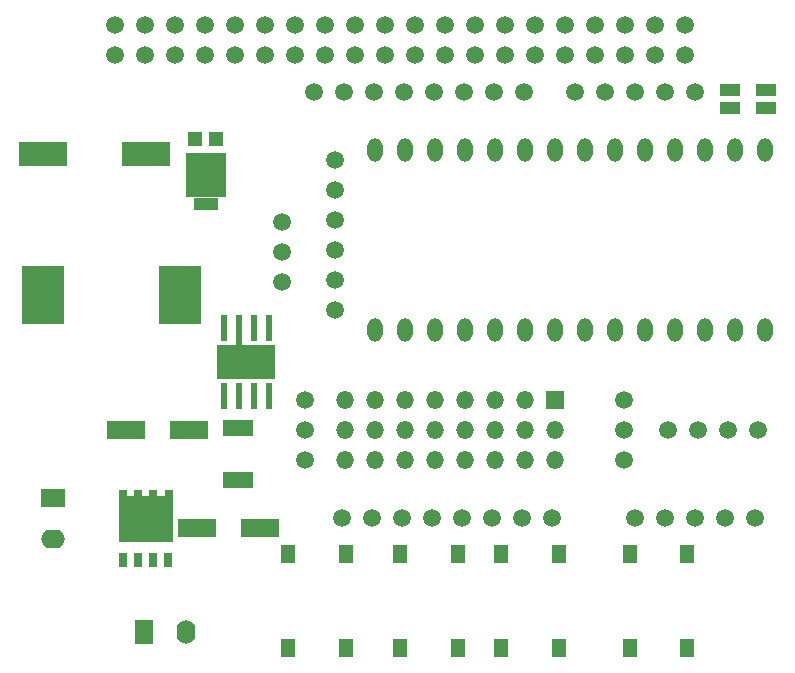
<source format=gts>
G04 #@! TF.FileFunction,Soldermask,Top*
%FSLAX46Y46*%
G04 Gerber Fmt 4.6, Leading zero omitted, Abs format (unit mm)*
G04 Created by KiCad (PCBNEW 4.0.2+dfsg1-stable) date Sat 19 Aug 2017 09:03:07 PM PDT*
%MOMM*%
G01*
G04 APERTURE LIST*
%ADD10C,0.100000*%
%ADD11C,1.506220*%
%ADD12O,1.300000X2.000000*%
%ADD13R,3.197860X1.597660*%
%ADD14R,4.099560X1.998980*%
%ADD15R,1.701800X1.102360*%
%ADD16R,2.000000X1.000000*%
%ADD17R,1.200000X1.200000*%
%ADD18R,3.400000X3.800000*%
%ADD19R,2.500000X1.400000*%
%ADD20R,3.600000X5.000000*%
%ADD21R,0.700000X0.550000*%
%ADD22R,0.635000X1.250000*%
%ADD23R,0.650000X1.250000*%
%ADD24R,4.600000X3.900000*%
%ADD25R,1.297940X1.549400*%
%ADD26C,1.500000*%
%ADD27R,2.000000X1.600000*%
%ADD28O,2.000000X1.600000*%
%ADD29R,1.600000X2.000000*%
%ADD30O,1.600000X2.000000*%
%ADD31R,0.500000X2.200000*%
%ADD32R,0.500000X2.550000*%
%ADD33R,4.900000X2.900000*%
%ADD34C,1.200000*%
%ADD35R,1.500000X1.500000*%
%ADD36O,1.500000X1.500000*%
G04 APERTURE END LIST*
D10*
D11*
X102000000Y-86350000D03*
X102000000Y-83810000D03*
X102000000Y-81270000D03*
X102000000Y-78730000D03*
X102000000Y-76190000D03*
X102000000Y-73650000D03*
X102610000Y-104000000D03*
X105150000Y-104000000D03*
X107690000Y-104000000D03*
X110230000Y-104000000D03*
X112770000Y-104000000D03*
X115310000Y-104000000D03*
X117850000Y-104000000D03*
X120390000Y-104000000D03*
D12*
X138430000Y-88068000D03*
X138430000Y-72828000D03*
X135890000Y-88068000D03*
X135890000Y-72828000D03*
X133350000Y-88068000D03*
X133350000Y-72828000D03*
X130810000Y-88068000D03*
X130810000Y-72828000D03*
X128270000Y-88068000D03*
X128270000Y-72828000D03*
X125730000Y-88068000D03*
X125730000Y-72828000D03*
X123190000Y-88068000D03*
X123190000Y-72828000D03*
X120650000Y-88068000D03*
X120650000Y-72828000D03*
X118110000Y-88068000D03*
X118110000Y-72828000D03*
X115570000Y-88068000D03*
X115570000Y-72828000D03*
X113030000Y-88068000D03*
X113030000Y-72828000D03*
X110490000Y-88068000D03*
X110490000Y-72828000D03*
X107950000Y-88068000D03*
X107950000Y-72828000D03*
X105410000Y-88068000D03*
X105410000Y-72828000D03*
D13*
X90317320Y-104800400D03*
X95712280Y-104800400D03*
X89697480Y-96500000D03*
X84302520Y-96500000D03*
D14*
X77312520Y-73152000D03*
X86009480Y-73152000D03*
D15*
X135450600Y-67750700D03*
X135450600Y-69249300D03*
X138549400Y-69249300D03*
X138549400Y-67750700D03*
D16*
X91059000Y-77379000D03*
D17*
X90139000Y-71879000D03*
X91979000Y-71879000D03*
D18*
X91059000Y-74979000D03*
D19*
X93800000Y-100800000D03*
X93800000Y-96400000D03*
D11*
X97500000Y-78960000D03*
X97500000Y-81500000D03*
X97500000Y-84040000D03*
X130190000Y-96500000D03*
X132730000Y-96500000D03*
X135270000Y-96500000D03*
X137810000Y-96500000D03*
X99500000Y-93960000D03*
X99500000Y-96500000D03*
X99500000Y-99040000D03*
X126500000Y-93960000D03*
X126500000Y-96500000D03*
X126500000Y-99040000D03*
X100203000Y-67945000D03*
X102743000Y-67945000D03*
X105283000Y-67945000D03*
X107823000Y-67945000D03*
X110363000Y-67945000D03*
X112903000Y-67945000D03*
X115443000Y-67945000D03*
X117983000Y-67945000D03*
X122301000Y-67945000D03*
X124841000Y-67945000D03*
X127381000Y-67945000D03*
X129921000Y-67945000D03*
X132461000Y-67945000D03*
X127420000Y-104000000D03*
X129960000Y-104000000D03*
X132500000Y-104000000D03*
X135040000Y-104000000D03*
X137580000Y-104000000D03*
D20*
X88858000Y-85090000D03*
X77258000Y-85090000D03*
D21*
X86625000Y-101825000D03*
X85375000Y-101825000D03*
X84050000Y-101825000D03*
D22*
X87905000Y-107525000D03*
D23*
X86635000Y-107525000D03*
D22*
X85365000Y-107525000D03*
X84095000Y-107525000D03*
D24*
X86000000Y-104050000D03*
D21*
X87950000Y-101825000D03*
D25*
X126964440Y-114970560D03*
X126964440Y-107025440D03*
X131861560Y-114970560D03*
X131861560Y-107025440D03*
X116051440Y-114972560D03*
X116051440Y-107027440D03*
X120948560Y-114972560D03*
X120948560Y-107027440D03*
X107551440Y-114972560D03*
X107551440Y-107027440D03*
X112448560Y-114972560D03*
X112448560Y-107027440D03*
X98051440Y-114972560D03*
X98051440Y-107027440D03*
X102948560Y-114972560D03*
X102948560Y-107027440D03*
D26*
X83370000Y-64770000D03*
X83370000Y-62230000D03*
X85910000Y-64770000D03*
X85910000Y-62230000D03*
X88450000Y-64770000D03*
X88450000Y-62230000D03*
X90990000Y-64770000D03*
X90990000Y-62230000D03*
X93530000Y-64770000D03*
X93530000Y-62230000D03*
X96070000Y-64770000D03*
X96070000Y-62230000D03*
X98610000Y-64770000D03*
X98610000Y-62230000D03*
X101150000Y-64770000D03*
X101150000Y-62230000D03*
X103690000Y-64770000D03*
X103690000Y-62230000D03*
X106230000Y-64770000D03*
X106230000Y-62230000D03*
X108770000Y-64770000D03*
X108770000Y-62230000D03*
X111310000Y-64770000D03*
X111310000Y-62230000D03*
X113850000Y-64770000D03*
X113850000Y-62230000D03*
X116390000Y-64770000D03*
X116390000Y-62230000D03*
X118930000Y-64770000D03*
X118930000Y-62230000D03*
X121470000Y-64770000D03*
X121470000Y-62230000D03*
X124010000Y-64770000D03*
X124010000Y-62230000D03*
X126550000Y-64770000D03*
X126550000Y-62230000D03*
X129090000Y-64770000D03*
X129090000Y-62230000D03*
X131630000Y-64770000D03*
X131630000Y-62230000D03*
D27*
X78105000Y-102263000D03*
D28*
X78105000Y-105763000D03*
D29*
X85880000Y-113665000D03*
D30*
X89380000Y-113665000D03*
D31*
X92583000Y-87930000D03*
X92583000Y-93680000D03*
D32*
X93853000Y-88105000D03*
D31*
X93853000Y-93680000D03*
X95123000Y-87930000D03*
X95123000Y-93680000D03*
X96393000Y-87930000D03*
X96393000Y-93680000D03*
D33*
X94488000Y-90805000D03*
D34*
X92988000Y-90055000D03*
X92988000Y-91555000D03*
X94488000Y-90055000D03*
X94488000Y-91555000D03*
X95988000Y-91555000D03*
X95988000Y-90055000D03*
D35*
X120660000Y-93960000D03*
D36*
X118120000Y-93960000D03*
X115580000Y-93960000D03*
X113040000Y-93960000D03*
X110500000Y-93960000D03*
X107960000Y-93960000D03*
X105420000Y-93960000D03*
X102880000Y-93960000D03*
X120660000Y-96500000D03*
X118120000Y-96500000D03*
X115580000Y-96500000D03*
X113040000Y-96500000D03*
X110500000Y-96500000D03*
X107960000Y-96500000D03*
X105420000Y-96500000D03*
X102880000Y-96500000D03*
X120660000Y-99040000D03*
X118120000Y-99040000D03*
X115580000Y-99040000D03*
X113040000Y-99040000D03*
X110500000Y-99040000D03*
X107960000Y-99040000D03*
X105420000Y-99040000D03*
X102880000Y-99040000D03*
M02*

</source>
